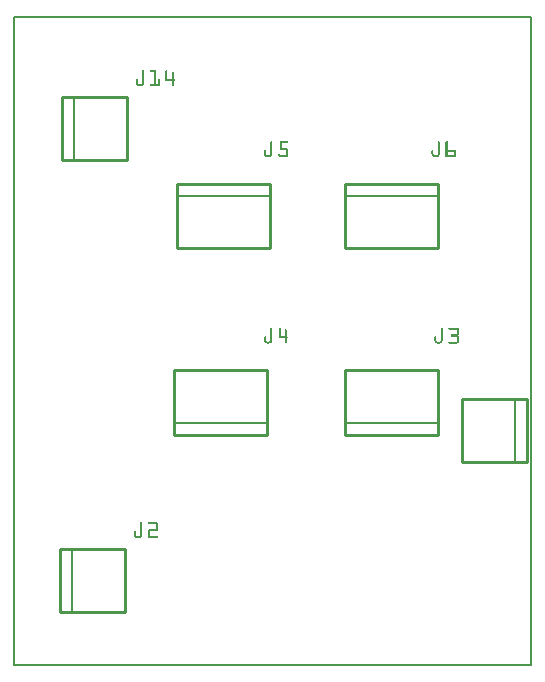
<source format=gto>
G04 MADE WITH FRITZING*
G04 WWW.FRITZING.ORG*
G04 DOUBLE SIDED*
G04 HOLES PLATED*
G04 CONTOUR ON CENTER OF CONTOUR VECTOR*
%ASAXBY*%
%FSLAX23Y23*%
%MOIN*%
%OFA0B0*%
%SFA1.0B1.0*%
%ADD10R,1.732280X2.165350X1.716280X2.149350*%
%ADD11C,0.008000*%
%ADD12C,0.010000*%
%ADD13C,0.005000*%
%ADD14R,0.001000X0.001000*%
%LNSILK1*%
G90*
G70*
G54D11*
X4Y2161D02*
X1728Y2161D01*
X1728Y4D01*
X4Y4D01*
X4Y2161D01*
D02*
G54D12*
X1498Y889D02*
X1498Y679D01*
D02*
X1498Y679D02*
X1714Y679D01*
D02*
X1714Y679D02*
X1714Y889D01*
D02*
X1714Y889D02*
X1498Y889D01*
G54D13*
D02*
X1674Y679D02*
X1674Y889D01*
G54D12*
D02*
X1106Y1391D02*
X1416Y1391D01*
D02*
X1416Y1391D02*
X1416Y1607D01*
D02*
X1416Y1607D02*
X1106Y1607D01*
D02*
X1106Y1607D02*
X1106Y1391D01*
G54D13*
D02*
X1416Y1567D02*
X1106Y1567D01*
G54D12*
D02*
X548Y1391D02*
X858Y1391D01*
D02*
X858Y1391D02*
X858Y1607D01*
D02*
X858Y1607D02*
X548Y1607D01*
D02*
X548Y1607D02*
X548Y1391D01*
G54D13*
D02*
X858Y1567D02*
X548Y1567D01*
G54D12*
D02*
X848Y986D02*
X538Y986D01*
D02*
X538Y986D02*
X538Y770D01*
D02*
X538Y770D02*
X848Y770D01*
D02*
X848Y770D02*
X848Y986D01*
G54D13*
D02*
X538Y810D02*
X848Y810D01*
G54D12*
D02*
X1416Y986D02*
X1106Y986D01*
D02*
X1106Y986D02*
X1106Y770D01*
D02*
X1106Y770D02*
X1416Y770D01*
D02*
X1416Y770D02*
X1416Y986D01*
G54D13*
D02*
X1106Y810D02*
X1416Y810D01*
G54D12*
D02*
X379Y1686D02*
X379Y1896D01*
D02*
X379Y1896D02*
X163Y1896D01*
D02*
X163Y1896D02*
X163Y1686D01*
D02*
X163Y1686D02*
X379Y1686D01*
G54D13*
D02*
X203Y1896D02*
X203Y1686D01*
G54D12*
D02*
X372Y179D02*
X372Y389D01*
D02*
X372Y389D02*
X156Y389D01*
D02*
X156Y389D02*
X156Y179D01*
D02*
X156Y179D02*
X372Y179D01*
G54D13*
D02*
X196Y389D02*
X196Y179D01*
G54D14*
X432Y1985D02*
X435Y1985D01*
X458Y1985D02*
X476Y1985D01*
X510Y1985D02*
X513Y1985D01*
X431Y1984D02*
X436Y1984D01*
X457Y1984D02*
X476Y1984D01*
X509Y1984D02*
X514Y1984D01*
X431Y1983D02*
X436Y1983D01*
X457Y1983D02*
X476Y1983D01*
X509Y1983D02*
X514Y1983D01*
X430Y1982D02*
X436Y1982D01*
X457Y1982D02*
X476Y1982D01*
X508Y1982D02*
X514Y1982D01*
X430Y1981D02*
X436Y1981D01*
X457Y1981D02*
X476Y1981D01*
X508Y1981D02*
X514Y1981D01*
X430Y1980D02*
X436Y1980D01*
X457Y1980D02*
X476Y1980D01*
X508Y1980D02*
X514Y1980D01*
X430Y1979D02*
X436Y1979D01*
X459Y1979D02*
X476Y1979D01*
X508Y1979D02*
X514Y1979D01*
X530Y1979D02*
X534Y1979D01*
X430Y1978D02*
X436Y1978D01*
X470Y1978D02*
X476Y1978D01*
X508Y1978D02*
X514Y1978D01*
X530Y1978D02*
X535Y1978D01*
X430Y1977D02*
X436Y1977D01*
X470Y1977D02*
X476Y1977D01*
X508Y1977D02*
X514Y1977D01*
X529Y1977D02*
X535Y1977D01*
X430Y1976D02*
X436Y1976D01*
X470Y1976D02*
X476Y1976D01*
X508Y1976D02*
X514Y1976D01*
X529Y1976D02*
X535Y1976D01*
X430Y1975D02*
X436Y1975D01*
X470Y1975D02*
X476Y1975D01*
X508Y1975D02*
X514Y1975D01*
X529Y1975D02*
X535Y1975D01*
X430Y1974D02*
X436Y1974D01*
X470Y1974D02*
X476Y1974D01*
X508Y1974D02*
X514Y1974D01*
X529Y1974D02*
X535Y1974D01*
X430Y1973D02*
X436Y1973D01*
X470Y1973D02*
X476Y1973D01*
X508Y1973D02*
X514Y1973D01*
X529Y1973D02*
X535Y1973D01*
X430Y1972D02*
X436Y1972D01*
X470Y1972D02*
X476Y1972D01*
X508Y1972D02*
X514Y1972D01*
X529Y1972D02*
X535Y1972D01*
X430Y1971D02*
X436Y1971D01*
X470Y1971D02*
X476Y1971D01*
X508Y1971D02*
X514Y1971D01*
X529Y1971D02*
X535Y1971D01*
X430Y1970D02*
X436Y1970D01*
X470Y1970D02*
X476Y1970D01*
X508Y1970D02*
X514Y1970D01*
X529Y1970D02*
X535Y1970D01*
X430Y1969D02*
X436Y1969D01*
X470Y1969D02*
X476Y1969D01*
X508Y1969D02*
X514Y1969D01*
X529Y1969D02*
X535Y1969D01*
X430Y1968D02*
X436Y1968D01*
X470Y1968D02*
X476Y1968D01*
X508Y1968D02*
X514Y1968D01*
X529Y1968D02*
X535Y1968D01*
X430Y1967D02*
X436Y1967D01*
X470Y1967D02*
X476Y1967D01*
X508Y1967D02*
X514Y1967D01*
X529Y1967D02*
X535Y1967D01*
X430Y1966D02*
X436Y1966D01*
X470Y1966D02*
X476Y1966D01*
X508Y1966D02*
X514Y1966D01*
X529Y1966D02*
X535Y1966D01*
X430Y1965D02*
X436Y1965D01*
X470Y1965D02*
X476Y1965D01*
X508Y1965D02*
X514Y1965D01*
X529Y1965D02*
X535Y1965D01*
X430Y1964D02*
X436Y1964D01*
X470Y1964D02*
X476Y1964D01*
X508Y1964D02*
X514Y1964D01*
X529Y1964D02*
X535Y1964D01*
X430Y1963D02*
X436Y1963D01*
X470Y1963D02*
X476Y1963D01*
X508Y1963D02*
X514Y1963D01*
X529Y1963D02*
X535Y1963D01*
X430Y1962D02*
X436Y1962D01*
X470Y1962D02*
X476Y1962D01*
X508Y1962D02*
X514Y1962D01*
X529Y1962D02*
X535Y1962D01*
X430Y1961D02*
X436Y1961D01*
X470Y1961D02*
X476Y1961D01*
X508Y1961D02*
X514Y1961D01*
X529Y1961D02*
X535Y1961D01*
X430Y1960D02*
X436Y1960D01*
X470Y1960D02*
X476Y1960D01*
X508Y1960D02*
X514Y1960D01*
X529Y1960D02*
X535Y1960D01*
X430Y1959D02*
X436Y1959D01*
X470Y1959D02*
X476Y1959D01*
X508Y1959D02*
X514Y1959D01*
X529Y1959D02*
X535Y1959D01*
X430Y1958D02*
X436Y1958D01*
X470Y1958D02*
X476Y1958D01*
X508Y1958D02*
X514Y1958D01*
X529Y1958D02*
X535Y1958D01*
X430Y1957D02*
X436Y1957D01*
X470Y1957D02*
X476Y1957D01*
X508Y1957D02*
X514Y1957D01*
X529Y1957D02*
X535Y1957D01*
X412Y1956D02*
X414Y1956D01*
X430Y1956D02*
X436Y1956D01*
X470Y1956D02*
X476Y1956D01*
X486Y1956D02*
X488Y1956D01*
X508Y1956D02*
X536Y1956D01*
X411Y1955D02*
X415Y1955D01*
X430Y1955D02*
X436Y1955D01*
X470Y1955D02*
X476Y1955D01*
X485Y1955D02*
X489Y1955D01*
X508Y1955D02*
X538Y1955D01*
X410Y1954D02*
X416Y1954D01*
X430Y1954D02*
X436Y1954D01*
X470Y1954D02*
X476Y1954D01*
X484Y1954D02*
X490Y1954D01*
X508Y1954D02*
X538Y1954D01*
X410Y1953D02*
X416Y1953D01*
X430Y1953D02*
X436Y1953D01*
X470Y1953D02*
X476Y1953D01*
X484Y1953D02*
X490Y1953D01*
X508Y1953D02*
X539Y1953D01*
X410Y1952D02*
X416Y1952D01*
X430Y1952D02*
X436Y1952D01*
X470Y1952D02*
X476Y1952D01*
X484Y1952D02*
X490Y1952D01*
X508Y1952D02*
X538Y1952D01*
X410Y1951D02*
X416Y1951D01*
X430Y1951D02*
X436Y1951D01*
X470Y1951D02*
X476Y1951D01*
X484Y1951D02*
X490Y1951D01*
X508Y1951D02*
X538Y1951D01*
X410Y1950D02*
X416Y1950D01*
X430Y1950D02*
X436Y1950D01*
X470Y1950D02*
X476Y1950D01*
X484Y1950D02*
X490Y1950D01*
X508Y1950D02*
X537Y1950D01*
X410Y1949D02*
X416Y1949D01*
X430Y1949D02*
X436Y1949D01*
X470Y1949D02*
X476Y1949D01*
X484Y1949D02*
X490Y1949D01*
X529Y1949D02*
X535Y1949D01*
X410Y1948D02*
X416Y1948D01*
X430Y1948D02*
X436Y1948D01*
X470Y1948D02*
X476Y1948D01*
X484Y1948D02*
X490Y1948D01*
X529Y1948D02*
X535Y1948D01*
X410Y1947D02*
X416Y1947D01*
X430Y1947D02*
X436Y1947D01*
X470Y1947D02*
X476Y1947D01*
X484Y1947D02*
X490Y1947D01*
X529Y1947D02*
X535Y1947D01*
X410Y1946D02*
X416Y1946D01*
X430Y1946D02*
X436Y1946D01*
X470Y1946D02*
X476Y1946D01*
X484Y1946D02*
X490Y1946D01*
X529Y1946D02*
X535Y1946D01*
X410Y1945D02*
X416Y1945D01*
X430Y1945D02*
X436Y1945D01*
X470Y1945D02*
X476Y1945D01*
X484Y1945D02*
X490Y1945D01*
X529Y1945D02*
X535Y1945D01*
X410Y1944D02*
X416Y1944D01*
X430Y1944D02*
X436Y1944D01*
X470Y1944D02*
X476Y1944D01*
X484Y1944D02*
X490Y1944D01*
X529Y1944D02*
X535Y1944D01*
X410Y1943D02*
X416Y1943D01*
X430Y1943D02*
X436Y1943D01*
X470Y1943D02*
X476Y1943D01*
X484Y1943D02*
X490Y1943D01*
X529Y1943D02*
X535Y1943D01*
X410Y1942D02*
X416Y1942D01*
X430Y1942D02*
X436Y1942D01*
X470Y1942D02*
X476Y1942D01*
X484Y1942D02*
X490Y1942D01*
X529Y1942D02*
X535Y1942D01*
X410Y1941D02*
X416Y1941D01*
X430Y1941D02*
X436Y1941D01*
X470Y1941D02*
X476Y1941D01*
X484Y1941D02*
X490Y1941D01*
X529Y1941D02*
X535Y1941D01*
X410Y1940D02*
X417Y1940D01*
X430Y1940D02*
X436Y1940D01*
X470Y1940D02*
X476Y1940D01*
X484Y1940D02*
X490Y1940D01*
X529Y1940D02*
X535Y1940D01*
X410Y1939D02*
X418Y1939D01*
X429Y1939D02*
X436Y1939D01*
X470Y1939D02*
X476Y1939D01*
X484Y1939D02*
X490Y1939D01*
X529Y1939D02*
X535Y1939D01*
X411Y1938D02*
X436Y1938D01*
X458Y1938D02*
X490Y1938D01*
X529Y1938D02*
X535Y1938D01*
X411Y1937D02*
X435Y1937D01*
X457Y1937D02*
X490Y1937D01*
X529Y1937D02*
X535Y1937D01*
X412Y1936D02*
X435Y1936D01*
X457Y1936D02*
X490Y1936D01*
X529Y1936D02*
X535Y1936D01*
X413Y1935D02*
X434Y1935D01*
X457Y1935D02*
X490Y1935D01*
X529Y1935D02*
X535Y1935D01*
X414Y1934D02*
X433Y1934D01*
X457Y1934D02*
X490Y1934D01*
X529Y1934D02*
X535Y1934D01*
X415Y1933D02*
X431Y1933D01*
X457Y1933D02*
X489Y1933D01*
X530Y1933D02*
X534Y1933D01*
X417Y1932D02*
X429Y1932D01*
X458Y1932D02*
X488Y1932D01*
X531Y1932D02*
X533Y1932D01*
X891Y1749D02*
X913Y1749D01*
X1446Y1749D02*
X1448Y1749D01*
X859Y1748D02*
X862Y1748D01*
X890Y1748D02*
X916Y1748D01*
X1417Y1748D02*
X1421Y1748D01*
X1443Y1748D02*
X1451Y1748D01*
X858Y1747D02*
X863Y1747D01*
X890Y1747D02*
X917Y1747D01*
X1417Y1747D02*
X1422Y1747D01*
X1443Y1747D02*
X1451Y1747D01*
X858Y1746D02*
X863Y1746D01*
X890Y1746D02*
X917Y1746D01*
X1416Y1746D02*
X1422Y1746D01*
X1442Y1746D02*
X1452Y1746D01*
X857Y1745D02*
X863Y1745D01*
X890Y1745D02*
X917Y1745D01*
X1416Y1745D02*
X1422Y1745D01*
X1442Y1745D02*
X1452Y1745D01*
X857Y1744D02*
X863Y1744D01*
X890Y1744D02*
X917Y1744D01*
X1416Y1744D02*
X1422Y1744D01*
X1442Y1744D02*
X1451Y1744D01*
X857Y1743D02*
X863Y1743D01*
X890Y1743D02*
X916Y1743D01*
X1416Y1743D02*
X1422Y1743D01*
X1442Y1743D02*
X1451Y1743D01*
X857Y1742D02*
X863Y1742D01*
X890Y1742D02*
X913Y1742D01*
X1416Y1742D02*
X1422Y1742D01*
X1442Y1742D02*
X1449Y1742D01*
X857Y1741D02*
X863Y1741D01*
X890Y1741D02*
X896Y1741D01*
X1416Y1741D02*
X1422Y1741D01*
X1442Y1741D02*
X1448Y1741D01*
X857Y1740D02*
X863Y1740D01*
X890Y1740D02*
X896Y1740D01*
X1416Y1740D02*
X1422Y1740D01*
X1442Y1740D02*
X1448Y1740D01*
X857Y1739D02*
X863Y1739D01*
X890Y1739D02*
X896Y1739D01*
X1416Y1739D02*
X1422Y1739D01*
X1442Y1739D02*
X1448Y1739D01*
X857Y1738D02*
X863Y1738D01*
X890Y1738D02*
X896Y1738D01*
X1416Y1738D02*
X1422Y1738D01*
X1442Y1738D02*
X1448Y1738D01*
X857Y1737D02*
X863Y1737D01*
X890Y1737D02*
X896Y1737D01*
X1416Y1737D02*
X1422Y1737D01*
X1442Y1737D02*
X1448Y1737D01*
X857Y1736D02*
X863Y1736D01*
X890Y1736D02*
X896Y1736D01*
X1416Y1736D02*
X1422Y1736D01*
X1442Y1736D02*
X1448Y1736D01*
X857Y1735D02*
X863Y1735D01*
X890Y1735D02*
X896Y1735D01*
X1416Y1735D02*
X1422Y1735D01*
X1442Y1735D02*
X1448Y1735D01*
X857Y1734D02*
X863Y1734D01*
X890Y1734D02*
X896Y1734D01*
X1416Y1734D02*
X1422Y1734D01*
X1442Y1734D02*
X1448Y1734D01*
X857Y1733D02*
X863Y1733D01*
X890Y1733D02*
X896Y1733D01*
X1416Y1733D02*
X1422Y1733D01*
X1442Y1733D02*
X1448Y1733D01*
X857Y1732D02*
X863Y1732D01*
X890Y1732D02*
X896Y1732D01*
X1416Y1732D02*
X1422Y1732D01*
X1442Y1732D02*
X1448Y1732D01*
X857Y1731D02*
X863Y1731D01*
X890Y1731D02*
X896Y1731D01*
X1416Y1731D02*
X1422Y1731D01*
X1442Y1731D02*
X1448Y1731D01*
X857Y1730D02*
X863Y1730D01*
X890Y1730D02*
X896Y1730D01*
X1416Y1730D02*
X1422Y1730D01*
X1442Y1730D02*
X1448Y1730D01*
X857Y1729D02*
X863Y1729D01*
X890Y1729D02*
X896Y1729D01*
X1416Y1729D02*
X1422Y1729D01*
X1442Y1729D02*
X1448Y1729D01*
X857Y1728D02*
X863Y1728D01*
X890Y1728D02*
X896Y1728D01*
X1416Y1728D02*
X1422Y1728D01*
X1442Y1728D02*
X1448Y1728D01*
X857Y1727D02*
X863Y1727D01*
X890Y1727D02*
X896Y1727D01*
X1416Y1727D02*
X1422Y1727D01*
X1442Y1727D02*
X1448Y1727D01*
X857Y1726D02*
X863Y1726D01*
X890Y1726D02*
X896Y1726D01*
X1416Y1726D02*
X1422Y1726D01*
X1442Y1726D02*
X1448Y1726D01*
X857Y1725D02*
X863Y1725D01*
X890Y1725D02*
X913Y1725D01*
X1416Y1725D02*
X1422Y1725D01*
X1442Y1725D02*
X1448Y1725D01*
X857Y1724D02*
X863Y1724D01*
X890Y1724D02*
X914Y1724D01*
X1416Y1724D02*
X1422Y1724D01*
X1442Y1724D02*
X1448Y1724D01*
X857Y1723D02*
X863Y1723D01*
X890Y1723D02*
X915Y1723D01*
X1416Y1723D02*
X1422Y1723D01*
X1442Y1723D02*
X1448Y1723D01*
X857Y1722D02*
X863Y1722D01*
X890Y1722D02*
X916Y1722D01*
X1416Y1722D02*
X1422Y1722D01*
X1442Y1722D02*
X1448Y1722D01*
X857Y1721D02*
X863Y1721D01*
X890Y1721D02*
X917Y1721D01*
X1416Y1721D02*
X1422Y1721D01*
X1442Y1721D02*
X1448Y1721D01*
X857Y1720D02*
X863Y1720D01*
X890Y1720D02*
X917Y1720D01*
X1416Y1720D02*
X1422Y1720D01*
X1442Y1720D02*
X1448Y1720D01*
X838Y1719D02*
X841Y1719D01*
X857Y1719D02*
X863Y1719D01*
X890Y1719D02*
X917Y1719D01*
X1397Y1719D02*
X1400Y1719D01*
X1416Y1719D02*
X1422Y1719D01*
X1442Y1719D02*
X1474Y1719D01*
X837Y1718D02*
X842Y1718D01*
X857Y1718D02*
X863Y1718D01*
X911Y1718D02*
X917Y1718D01*
X1396Y1718D02*
X1401Y1718D01*
X1416Y1718D02*
X1422Y1718D01*
X1442Y1718D02*
X1475Y1718D01*
X837Y1717D02*
X843Y1717D01*
X857Y1717D02*
X863Y1717D01*
X911Y1717D02*
X917Y1717D01*
X1396Y1717D02*
X1401Y1717D01*
X1416Y1717D02*
X1422Y1717D01*
X1442Y1717D02*
X1476Y1717D01*
X837Y1716D02*
X843Y1716D01*
X857Y1716D02*
X863Y1716D01*
X911Y1716D02*
X917Y1716D01*
X1395Y1716D02*
X1401Y1716D01*
X1416Y1716D02*
X1422Y1716D01*
X1442Y1716D02*
X1476Y1716D01*
X837Y1715D02*
X843Y1715D01*
X857Y1715D02*
X863Y1715D01*
X911Y1715D02*
X917Y1715D01*
X1395Y1715D02*
X1401Y1715D01*
X1416Y1715D02*
X1422Y1715D01*
X1442Y1715D02*
X1476Y1715D01*
X837Y1714D02*
X843Y1714D01*
X857Y1714D02*
X863Y1714D01*
X911Y1714D02*
X917Y1714D01*
X1395Y1714D02*
X1401Y1714D01*
X1416Y1714D02*
X1422Y1714D01*
X1442Y1714D02*
X1476Y1714D01*
X837Y1713D02*
X843Y1713D01*
X857Y1713D02*
X863Y1713D01*
X911Y1713D02*
X917Y1713D01*
X1395Y1713D02*
X1401Y1713D01*
X1416Y1713D02*
X1422Y1713D01*
X1442Y1713D02*
X1476Y1713D01*
X837Y1712D02*
X843Y1712D01*
X857Y1712D02*
X863Y1712D01*
X911Y1712D02*
X917Y1712D01*
X1395Y1712D02*
X1401Y1712D01*
X1416Y1712D02*
X1422Y1712D01*
X1442Y1712D02*
X1448Y1712D01*
X1470Y1712D02*
X1476Y1712D01*
X837Y1711D02*
X843Y1711D01*
X857Y1711D02*
X863Y1711D01*
X911Y1711D02*
X917Y1711D01*
X1395Y1711D02*
X1401Y1711D01*
X1416Y1711D02*
X1422Y1711D01*
X1442Y1711D02*
X1448Y1711D01*
X1470Y1711D02*
X1476Y1711D01*
X837Y1710D02*
X843Y1710D01*
X857Y1710D02*
X863Y1710D01*
X911Y1710D02*
X917Y1710D01*
X1395Y1710D02*
X1401Y1710D01*
X1416Y1710D02*
X1422Y1710D01*
X1442Y1710D02*
X1448Y1710D01*
X1470Y1710D02*
X1476Y1710D01*
X837Y1709D02*
X843Y1709D01*
X857Y1709D02*
X863Y1709D01*
X911Y1709D02*
X917Y1709D01*
X1395Y1709D02*
X1401Y1709D01*
X1416Y1709D02*
X1422Y1709D01*
X1442Y1709D02*
X1448Y1709D01*
X1470Y1709D02*
X1476Y1709D01*
X837Y1708D02*
X843Y1708D01*
X857Y1708D02*
X863Y1708D01*
X911Y1708D02*
X917Y1708D01*
X1395Y1708D02*
X1401Y1708D01*
X1416Y1708D02*
X1422Y1708D01*
X1442Y1708D02*
X1448Y1708D01*
X1470Y1708D02*
X1476Y1708D01*
X837Y1707D02*
X843Y1707D01*
X857Y1707D02*
X863Y1707D01*
X911Y1707D02*
X917Y1707D01*
X1395Y1707D02*
X1401Y1707D01*
X1416Y1707D02*
X1422Y1707D01*
X1442Y1707D02*
X1448Y1707D01*
X1470Y1707D02*
X1476Y1707D01*
X837Y1706D02*
X843Y1706D01*
X857Y1706D02*
X863Y1706D01*
X911Y1706D02*
X917Y1706D01*
X1395Y1706D02*
X1401Y1706D01*
X1416Y1706D02*
X1422Y1706D01*
X1442Y1706D02*
X1448Y1706D01*
X1470Y1706D02*
X1476Y1706D01*
X837Y1705D02*
X843Y1705D01*
X857Y1705D02*
X863Y1705D01*
X911Y1705D02*
X917Y1705D01*
X1395Y1705D02*
X1402Y1705D01*
X1416Y1705D02*
X1422Y1705D01*
X1442Y1705D02*
X1448Y1705D01*
X1470Y1705D02*
X1476Y1705D01*
X837Y1704D02*
X843Y1704D01*
X857Y1704D02*
X863Y1704D01*
X885Y1704D02*
X889Y1704D01*
X911Y1704D02*
X917Y1704D01*
X1396Y1704D02*
X1402Y1704D01*
X1416Y1704D02*
X1422Y1704D01*
X1442Y1704D02*
X1448Y1704D01*
X1470Y1704D02*
X1476Y1704D01*
X837Y1703D02*
X844Y1703D01*
X856Y1703D02*
X863Y1703D01*
X884Y1703D02*
X891Y1703D01*
X911Y1703D02*
X917Y1703D01*
X1396Y1703D02*
X1402Y1703D01*
X1415Y1703D02*
X1422Y1703D01*
X1442Y1703D02*
X1448Y1703D01*
X1470Y1703D02*
X1476Y1703D01*
X837Y1702D02*
X846Y1702D01*
X855Y1702D02*
X863Y1702D01*
X884Y1702D02*
X893Y1702D01*
X911Y1702D02*
X917Y1702D01*
X1396Y1702D02*
X1404Y1702D01*
X1413Y1702D02*
X1422Y1702D01*
X1442Y1702D02*
X1448Y1702D01*
X1470Y1702D02*
X1476Y1702D01*
X838Y1701D02*
X863Y1701D01*
X884Y1701D02*
X917Y1701D01*
X1396Y1701D02*
X1421Y1701D01*
X1442Y1701D02*
X1476Y1701D01*
X838Y1700D02*
X862Y1700D01*
X884Y1700D02*
X917Y1700D01*
X1397Y1700D02*
X1421Y1700D01*
X1442Y1700D02*
X1476Y1700D01*
X839Y1699D02*
X861Y1699D01*
X884Y1699D02*
X916Y1699D01*
X1398Y1699D02*
X1420Y1699D01*
X1442Y1699D02*
X1476Y1699D01*
X840Y1698D02*
X860Y1698D01*
X886Y1698D02*
X916Y1698D01*
X1399Y1698D02*
X1419Y1698D01*
X1442Y1698D02*
X1476Y1698D01*
X841Y1697D02*
X859Y1697D01*
X888Y1697D02*
X915Y1697D01*
X1400Y1697D02*
X1418Y1697D01*
X1443Y1697D02*
X1475Y1697D01*
X843Y1696D02*
X858Y1696D01*
X890Y1696D02*
X914Y1696D01*
X1401Y1696D02*
X1416Y1696D01*
X1443Y1696D02*
X1475Y1696D01*
X846Y1695D02*
X855Y1695D01*
X894Y1695D02*
X911Y1695D01*
X1404Y1695D02*
X1413Y1695D01*
X1445Y1695D02*
X1473Y1695D01*
X861Y1128D02*
X861Y1128D01*
X889Y1128D02*
X889Y1128D01*
X859Y1127D02*
X863Y1127D01*
X887Y1127D02*
X891Y1127D01*
X1427Y1127D02*
X1431Y1127D01*
X1453Y1127D02*
X1482Y1127D01*
X858Y1126D02*
X864Y1126D01*
X886Y1126D02*
X891Y1126D01*
X1426Y1126D02*
X1432Y1126D01*
X1452Y1126D02*
X1483Y1126D01*
X858Y1125D02*
X864Y1125D01*
X886Y1125D02*
X892Y1125D01*
X1426Y1125D02*
X1432Y1125D01*
X1452Y1125D02*
X1484Y1125D01*
X858Y1124D02*
X864Y1124D01*
X886Y1124D02*
X892Y1124D01*
X1426Y1124D02*
X1432Y1124D01*
X1452Y1124D02*
X1485Y1124D01*
X858Y1123D02*
X864Y1123D01*
X886Y1123D02*
X892Y1123D01*
X1426Y1123D02*
X1432Y1123D01*
X1452Y1123D02*
X1485Y1123D01*
X858Y1122D02*
X864Y1122D01*
X886Y1122D02*
X892Y1122D01*
X909Y1122D02*
X910Y1122D01*
X1426Y1122D02*
X1432Y1122D01*
X1453Y1122D02*
X1486Y1122D01*
X858Y1121D02*
X864Y1121D01*
X886Y1121D02*
X892Y1121D01*
X907Y1121D02*
X911Y1121D01*
X1426Y1121D02*
X1432Y1121D01*
X1455Y1121D02*
X1486Y1121D01*
X858Y1120D02*
X864Y1120D01*
X886Y1120D02*
X892Y1120D01*
X907Y1120D02*
X912Y1120D01*
X1426Y1120D02*
X1432Y1120D01*
X1480Y1120D02*
X1486Y1120D01*
X858Y1119D02*
X864Y1119D01*
X886Y1119D02*
X892Y1119D01*
X906Y1119D02*
X912Y1119D01*
X1426Y1119D02*
X1432Y1119D01*
X1480Y1119D02*
X1486Y1119D01*
X858Y1118D02*
X864Y1118D01*
X886Y1118D02*
X892Y1118D01*
X906Y1118D02*
X912Y1118D01*
X1426Y1118D02*
X1432Y1118D01*
X1480Y1118D02*
X1486Y1118D01*
X858Y1117D02*
X864Y1117D01*
X886Y1117D02*
X892Y1117D01*
X906Y1117D02*
X912Y1117D01*
X1426Y1117D02*
X1432Y1117D01*
X1480Y1117D02*
X1486Y1117D01*
X858Y1116D02*
X864Y1116D01*
X886Y1116D02*
X892Y1116D01*
X906Y1116D02*
X912Y1116D01*
X1426Y1116D02*
X1432Y1116D01*
X1480Y1116D02*
X1486Y1116D01*
X858Y1115D02*
X864Y1115D01*
X886Y1115D02*
X892Y1115D01*
X906Y1115D02*
X912Y1115D01*
X1426Y1115D02*
X1432Y1115D01*
X1480Y1115D02*
X1486Y1115D01*
X858Y1114D02*
X864Y1114D01*
X886Y1114D02*
X892Y1114D01*
X906Y1114D02*
X912Y1114D01*
X1426Y1114D02*
X1432Y1114D01*
X1480Y1114D02*
X1486Y1114D01*
X858Y1113D02*
X864Y1113D01*
X886Y1113D02*
X892Y1113D01*
X906Y1113D02*
X912Y1113D01*
X1426Y1113D02*
X1432Y1113D01*
X1480Y1113D02*
X1486Y1113D01*
X858Y1112D02*
X864Y1112D01*
X886Y1112D02*
X892Y1112D01*
X906Y1112D02*
X912Y1112D01*
X1426Y1112D02*
X1432Y1112D01*
X1480Y1112D02*
X1486Y1112D01*
X858Y1111D02*
X864Y1111D01*
X886Y1111D02*
X892Y1111D01*
X906Y1111D02*
X912Y1111D01*
X1426Y1111D02*
X1432Y1111D01*
X1480Y1111D02*
X1486Y1111D01*
X858Y1110D02*
X864Y1110D01*
X886Y1110D02*
X892Y1110D01*
X906Y1110D02*
X912Y1110D01*
X1426Y1110D02*
X1432Y1110D01*
X1480Y1110D02*
X1486Y1110D01*
X858Y1109D02*
X864Y1109D01*
X886Y1109D02*
X892Y1109D01*
X906Y1109D02*
X912Y1109D01*
X1426Y1109D02*
X1432Y1109D01*
X1480Y1109D02*
X1486Y1109D01*
X858Y1108D02*
X864Y1108D01*
X886Y1108D02*
X892Y1108D01*
X906Y1108D02*
X912Y1108D01*
X1426Y1108D02*
X1432Y1108D01*
X1480Y1108D02*
X1486Y1108D01*
X858Y1107D02*
X864Y1107D01*
X886Y1107D02*
X892Y1107D01*
X906Y1107D02*
X912Y1107D01*
X1426Y1107D02*
X1432Y1107D01*
X1479Y1107D02*
X1486Y1107D01*
X858Y1106D02*
X864Y1106D01*
X886Y1106D02*
X892Y1106D01*
X906Y1106D02*
X912Y1106D01*
X1426Y1106D02*
X1432Y1106D01*
X1479Y1106D02*
X1485Y1106D01*
X858Y1105D02*
X864Y1105D01*
X886Y1105D02*
X892Y1105D01*
X906Y1105D02*
X912Y1105D01*
X1426Y1105D02*
X1432Y1105D01*
X1478Y1105D02*
X1485Y1105D01*
X858Y1104D02*
X864Y1104D01*
X886Y1104D02*
X892Y1104D01*
X906Y1104D02*
X912Y1104D01*
X1426Y1104D02*
X1432Y1104D01*
X1461Y1104D02*
X1485Y1104D01*
X858Y1103D02*
X864Y1103D01*
X886Y1103D02*
X892Y1103D01*
X906Y1103D02*
X912Y1103D01*
X1426Y1103D02*
X1432Y1103D01*
X1460Y1103D02*
X1484Y1103D01*
X858Y1102D02*
X864Y1102D01*
X886Y1102D02*
X892Y1102D01*
X906Y1102D02*
X912Y1102D01*
X1426Y1102D02*
X1432Y1102D01*
X1459Y1102D02*
X1484Y1102D01*
X858Y1101D02*
X864Y1101D01*
X886Y1101D02*
X892Y1101D01*
X906Y1101D02*
X912Y1101D01*
X1426Y1101D02*
X1432Y1101D01*
X1459Y1101D02*
X1483Y1101D01*
X858Y1100D02*
X864Y1100D01*
X886Y1100D02*
X892Y1100D01*
X906Y1100D02*
X912Y1100D01*
X1426Y1100D02*
X1432Y1100D01*
X1459Y1100D02*
X1483Y1100D01*
X858Y1099D02*
X864Y1099D01*
X886Y1099D02*
X892Y1099D01*
X906Y1099D02*
X912Y1099D01*
X1426Y1099D02*
X1432Y1099D01*
X1459Y1099D02*
X1484Y1099D01*
X839Y1098D02*
X842Y1098D01*
X858Y1098D02*
X864Y1098D01*
X886Y1098D02*
X914Y1098D01*
X1407Y1098D02*
X1409Y1098D01*
X1426Y1098D02*
X1432Y1098D01*
X1460Y1098D02*
X1485Y1098D01*
X838Y1097D02*
X843Y1097D01*
X858Y1097D02*
X864Y1097D01*
X886Y1097D02*
X915Y1097D01*
X1406Y1097D02*
X1411Y1097D01*
X1426Y1097D02*
X1432Y1097D01*
X1477Y1097D02*
X1485Y1097D01*
X837Y1096D02*
X843Y1096D01*
X858Y1096D02*
X864Y1096D01*
X886Y1096D02*
X916Y1096D01*
X1405Y1096D02*
X1411Y1096D01*
X1426Y1096D02*
X1432Y1096D01*
X1479Y1096D02*
X1485Y1096D01*
X837Y1095D02*
X843Y1095D01*
X858Y1095D02*
X864Y1095D01*
X886Y1095D02*
X916Y1095D01*
X1405Y1095D02*
X1411Y1095D01*
X1426Y1095D02*
X1432Y1095D01*
X1479Y1095D02*
X1486Y1095D01*
X837Y1094D02*
X843Y1094D01*
X858Y1094D02*
X864Y1094D01*
X886Y1094D02*
X916Y1094D01*
X1405Y1094D02*
X1411Y1094D01*
X1426Y1094D02*
X1432Y1094D01*
X1480Y1094D02*
X1486Y1094D01*
X837Y1093D02*
X843Y1093D01*
X858Y1093D02*
X864Y1093D01*
X886Y1093D02*
X915Y1093D01*
X1405Y1093D02*
X1411Y1093D01*
X1426Y1093D02*
X1432Y1093D01*
X1480Y1093D02*
X1486Y1093D01*
X837Y1092D02*
X843Y1092D01*
X858Y1092D02*
X864Y1092D01*
X886Y1092D02*
X914Y1092D01*
X1405Y1092D02*
X1411Y1092D01*
X1426Y1092D02*
X1432Y1092D01*
X1480Y1092D02*
X1486Y1092D01*
X837Y1091D02*
X843Y1091D01*
X858Y1091D02*
X864Y1091D01*
X906Y1091D02*
X912Y1091D01*
X1405Y1091D02*
X1411Y1091D01*
X1426Y1091D02*
X1432Y1091D01*
X1480Y1091D02*
X1486Y1091D01*
X837Y1090D02*
X843Y1090D01*
X858Y1090D02*
X864Y1090D01*
X906Y1090D02*
X912Y1090D01*
X1405Y1090D02*
X1411Y1090D01*
X1426Y1090D02*
X1432Y1090D01*
X1480Y1090D02*
X1486Y1090D01*
X837Y1089D02*
X843Y1089D01*
X858Y1089D02*
X864Y1089D01*
X906Y1089D02*
X912Y1089D01*
X1405Y1089D02*
X1411Y1089D01*
X1426Y1089D02*
X1432Y1089D01*
X1480Y1089D02*
X1486Y1089D01*
X837Y1088D02*
X843Y1088D01*
X858Y1088D02*
X864Y1088D01*
X906Y1088D02*
X912Y1088D01*
X1405Y1088D02*
X1411Y1088D01*
X1426Y1088D02*
X1432Y1088D01*
X1480Y1088D02*
X1486Y1088D01*
X837Y1087D02*
X843Y1087D01*
X858Y1087D02*
X864Y1087D01*
X906Y1087D02*
X912Y1087D01*
X1405Y1087D02*
X1411Y1087D01*
X1426Y1087D02*
X1432Y1087D01*
X1480Y1087D02*
X1486Y1087D01*
X837Y1086D02*
X843Y1086D01*
X858Y1086D02*
X864Y1086D01*
X906Y1086D02*
X912Y1086D01*
X1405Y1086D02*
X1411Y1086D01*
X1426Y1086D02*
X1432Y1086D01*
X1480Y1086D02*
X1486Y1086D01*
X837Y1085D02*
X843Y1085D01*
X858Y1085D02*
X864Y1085D01*
X906Y1085D02*
X912Y1085D01*
X1405Y1085D02*
X1411Y1085D01*
X1426Y1085D02*
X1432Y1085D01*
X1480Y1085D02*
X1486Y1085D01*
X837Y1084D02*
X843Y1084D01*
X858Y1084D02*
X864Y1084D01*
X906Y1084D02*
X912Y1084D01*
X1405Y1084D02*
X1411Y1084D01*
X1426Y1084D02*
X1432Y1084D01*
X1480Y1084D02*
X1486Y1084D01*
X837Y1083D02*
X844Y1083D01*
X858Y1083D02*
X864Y1083D01*
X906Y1083D02*
X912Y1083D01*
X1405Y1083D02*
X1412Y1083D01*
X1426Y1083D02*
X1432Y1083D01*
X1480Y1083D02*
X1486Y1083D01*
X837Y1082D02*
X844Y1082D01*
X857Y1082D02*
X864Y1082D01*
X906Y1082D02*
X912Y1082D01*
X1406Y1082D02*
X1412Y1082D01*
X1425Y1082D02*
X1432Y1082D01*
X1480Y1082D02*
X1486Y1082D01*
X838Y1081D02*
X846Y1081D01*
X855Y1081D02*
X863Y1081D01*
X906Y1081D02*
X912Y1081D01*
X1406Y1081D02*
X1414Y1081D01*
X1423Y1081D02*
X1431Y1081D01*
X1479Y1081D02*
X1486Y1081D01*
X838Y1080D02*
X863Y1080D01*
X906Y1080D02*
X912Y1080D01*
X1406Y1080D02*
X1431Y1080D01*
X1453Y1080D02*
X1486Y1080D01*
X839Y1079D02*
X862Y1079D01*
X906Y1079D02*
X912Y1079D01*
X1407Y1079D02*
X1430Y1079D01*
X1453Y1079D02*
X1485Y1079D01*
X839Y1078D02*
X862Y1078D01*
X906Y1078D02*
X912Y1078D01*
X1407Y1078D02*
X1430Y1078D01*
X1452Y1078D02*
X1485Y1078D01*
X840Y1077D02*
X861Y1077D01*
X906Y1077D02*
X912Y1077D01*
X1408Y1077D02*
X1429Y1077D01*
X1452Y1077D02*
X1484Y1077D01*
X842Y1076D02*
X860Y1076D01*
X907Y1076D02*
X912Y1076D01*
X1409Y1076D02*
X1428Y1076D01*
X1452Y1076D02*
X1484Y1076D01*
X843Y1075D02*
X858Y1075D01*
X907Y1075D02*
X911Y1075D01*
X1411Y1075D02*
X1426Y1075D01*
X1453Y1075D02*
X1482Y1075D01*
X847Y1074D02*
X854Y1074D01*
X909Y1074D02*
X909Y1074D01*
X1414Y1074D02*
X1424Y1074D01*
X1454Y1074D02*
X1480Y1074D01*
X426Y479D02*
X428Y479D01*
X452Y479D02*
X479Y479D01*
X425Y478D02*
X429Y478D01*
X451Y478D02*
X481Y478D01*
X424Y477D02*
X430Y477D01*
X450Y477D02*
X482Y477D01*
X424Y476D02*
X430Y476D01*
X450Y476D02*
X483Y476D01*
X424Y475D02*
X430Y475D01*
X450Y475D02*
X483Y475D01*
X424Y474D02*
X430Y474D01*
X451Y474D02*
X484Y474D01*
X424Y473D02*
X430Y473D01*
X452Y473D02*
X484Y473D01*
X424Y472D02*
X430Y472D01*
X478Y472D02*
X484Y472D01*
X424Y471D02*
X430Y471D01*
X478Y471D02*
X484Y471D01*
X424Y470D02*
X430Y470D01*
X478Y470D02*
X484Y470D01*
X424Y469D02*
X430Y469D01*
X478Y469D02*
X484Y469D01*
X424Y468D02*
X430Y468D01*
X478Y468D02*
X484Y468D01*
X424Y467D02*
X430Y467D01*
X478Y467D02*
X484Y467D01*
X424Y466D02*
X430Y466D01*
X478Y466D02*
X484Y466D01*
X424Y465D02*
X430Y465D01*
X478Y465D02*
X484Y465D01*
X424Y464D02*
X430Y464D01*
X478Y464D02*
X484Y464D01*
X424Y463D02*
X430Y463D01*
X478Y463D02*
X484Y463D01*
X424Y462D02*
X430Y462D01*
X478Y462D02*
X484Y462D01*
X424Y461D02*
X430Y461D01*
X478Y461D02*
X484Y461D01*
X424Y460D02*
X430Y460D01*
X478Y460D02*
X484Y460D01*
X424Y459D02*
X430Y459D01*
X478Y459D02*
X484Y459D01*
X424Y458D02*
X430Y458D01*
X478Y458D02*
X484Y458D01*
X424Y457D02*
X430Y457D01*
X478Y457D02*
X484Y457D01*
X424Y456D02*
X430Y456D01*
X478Y456D02*
X484Y456D01*
X424Y455D02*
X430Y455D01*
X454Y455D02*
X484Y455D01*
X424Y454D02*
X430Y454D01*
X453Y454D02*
X483Y454D01*
X424Y453D02*
X430Y453D01*
X452Y453D02*
X483Y453D01*
X424Y452D02*
X430Y452D01*
X451Y452D02*
X483Y452D01*
X424Y451D02*
X430Y451D01*
X451Y451D02*
X482Y451D01*
X424Y450D02*
X430Y450D01*
X450Y450D02*
X481Y450D01*
X405Y449D02*
X408Y449D01*
X424Y449D02*
X430Y449D01*
X450Y449D02*
X478Y449D01*
X404Y448D02*
X409Y448D01*
X424Y448D02*
X430Y448D01*
X450Y448D02*
X456Y448D01*
X404Y447D02*
X409Y447D01*
X424Y447D02*
X430Y447D01*
X450Y447D02*
X456Y447D01*
X403Y446D02*
X409Y446D01*
X424Y446D02*
X430Y446D01*
X450Y446D02*
X456Y446D01*
X403Y445D02*
X409Y445D01*
X424Y445D02*
X430Y445D01*
X450Y445D02*
X456Y445D01*
X403Y444D02*
X409Y444D01*
X424Y444D02*
X430Y444D01*
X450Y444D02*
X456Y444D01*
X403Y443D02*
X409Y443D01*
X424Y443D02*
X430Y443D01*
X450Y443D02*
X456Y443D01*
X403Y442D02*
X409Y442D01*
X424Y442D02*
X430Y442D01*
X450Y442D02*
X456Y442D01*
X403Y441D02*
X409Y441D01*
X424Y441D02*
X430Y441D01*
X450Y441D02*
X456Y441D01*
X403Y440D02*
X409Y440D01*
X424Y440D02*
X430Y440D01*
X450Y440D02*
X456Y440D01*
X403Y439D02*
X409Y439D01*
X424Y439D02*
X430Y439D01*
X450Y439D02*
X456Y439D01*
X403Y438D02*
X409Y438D01*
X424Y438D02*
X430Y438D01*
X450Y438D02*
X456Y438D01*
X403Y437D02*
X409Y437D01*
X424Y437D02*
X430Y437D01*
X450Y437D02*
X456Y437D01*
X403Y436D02*
X409Y436D01*
X424Y436D02*
X430Y436D01*
X450Y436D02*
X456Y436D01*
X403Y435D02*
X410Y435D01*
X424Y435D02*
X430Y435D01*
X450Y435D02*
X456Y435D01*
X404Y434D02*
X410Y434D01*
X424Y434D02*
X430Y434D01*
X450Y434D02*
X456Y434D01*
X404Y433D02*
X411Y433D01*
X423Y433D02*
X430Y433D01*
X450Y433D02*
X456Y433D01*
X404Y432D02*
X429Y432D01*
X450Y432D02*
X481Y432D01*
X405Y431D02*
X429Y431D01*
X450Y431D02*
X483Y431D01*
X405Y430D02*
X428Y430D01*
X450Y430D02*
X483Y430D01*
X406Y429D02*
X428Y429D01*
X450Y429D02*
X484Y429D01*
X407Y428D02*
X427Y428D01*
X450Y428D02*
X484Y428D01*
X408Y427D02*
X425Y427D01*
X450Y427D02*
X483Y427D01*
X410Y426D02*
X424Y426D01*
X450Y426D02*
X482Y426D01*
D02*
G04 End of Silk1*
M02*
</source>
